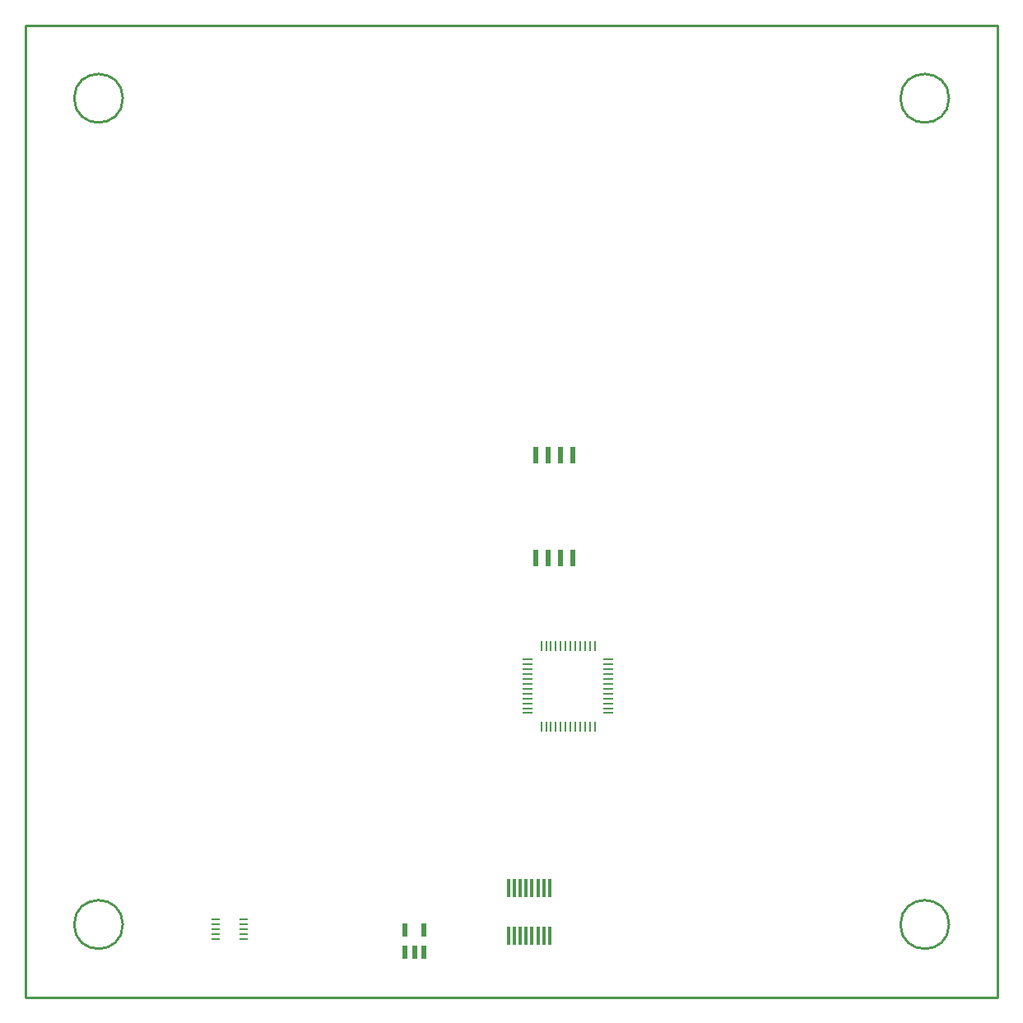
<source format=gtp>
*
*
G04 PADS VX.1.1 Build Number: 678707 generated Gerber (RS-274-X) file*
G04 PC Version=2.1*
*
%IN "opqbox2.pcb"*%
*
%MOIN*%
*
%FSLAX35Y35*%
*
*
*
*
G04 PC Standard Apertures*
*
*
G04 Thermal Relief Aperture macro.*
%AMTER*
1,1,$1,0,0*
1,0,$1-$2,0,0*
21,0,$3,$4,0,0,45*
21,0,$3,$4,0,0,135*
%
*
*
G04 Annular Aperture macro.*
%AMANN*
1,1,$1,0,0*
1,0,$2,0,0*
%
*
*
G04 Odd Aperture macro.*
%AMODD*
1,1,$1,0,0*
1,0,$1-0.005,0,0*
%
*
*
G04 PC Custom Aperture Macros*
*
*
*
*
*
*
G04 PC Aperture Table*
*
%ADD010C,0.001*%
%ADD013C,0.01*%
%ADD139R,0.03937X0.00984*%
%ADD140R,0.00984X0.03937*%
%ADD186R,0.02362X0.07087*%
%ADD187R,0.01181X0.07677*%
%ADD189R,0.02362X0.05709*%
%ADD190R,0.03346X0.00984*%
*
*
*
*
G04 PC Circuitry*
G04 Layer Name opqbox2.pcb - circuitry*
%LPD*%
*
*
G04 PC Custom Flashes*
G04 Layer Name opqbox2.pcb - flashes*
%LPD*%
*
*
G04 PC Circuitry*
G04 Layer Name opqbox2.pcb - circuitry*
%LPD*%
*
G54D10*
G54D13*
G01X100000Y100000D02*
Y493701D01*
X493701*
Y100000*
X100000*
X139370Y129528D02*
G75*
G03X139370I-9842J0D01*
G01X474016D02*
G03X474016I-9843J0D01*
G01Y464173D02*
G03X474016I-9843J0D01*
G01X139370D02*
G03X139370I-9842J0D01*
G54D139*
G01X336122Y215157D03*
Y217126D03*
Y219094D03*
Y221063D03*
Y223031D03*
Y225000D03*
Y226969D03*
Y228937D03*
Y230906D03*
Y232874D03*
Y234843D03*
Y236811D03*
X303248D03*
Y234843D03*
Y232874D03*
Y230906D03*
Y228937D03*
Y226969D03*
Y225000D03*
Y223031D03*
Y221063D03*
Y219094D03*
Y217126D03*
Y215157D03*
G54D140*
X330512Y242421D03*
X328543D03*
X326575D03*
X324606D03*
X322638D03*
X320669D03*
X318701D03*
X316732D03*
X314764D03*
X312795D03*
X310827D03*
X308858D03*
Y209547D03*
X310827D03*
X312795D03*
X314764D03*
X316732D03*
X318701D03*
X320669D03*
X322638D03*
X324606D03*
X326575D03*
X328543D03*
X330512D03*
G54D186*
X321673Y319783D03*
X316673D03*
X311673D03*
X306673D03*
Y277854D03*
X311673D03*
X316673D03*
X321673D03*
G54D187*
X295669Y124902D03*
X298031D03*
X300394D03*
X302756D03*
X305118D03*
X307480D03*
X309843D03*
X312205D03*
Y144390D03*
X309843D03*
X307480D03*
X305118D03*
X302756D03*
X300394D03*
X298031D03*
X295669D03*
G54D189*
X253740Y118209D03*
X257480D03*
X261220D03*
Y127461D03*
X253740D03*
G54D190*
X188287Y123622D03*
Y125591D03*
Y127559D03*
Y129528D03*
Y131496D03*
X177067D03*
Y129528D03*
Y127559D03*
Y125591D03*
Y123622D03*
G74*
X0Y0D02*
M02*

</source>
